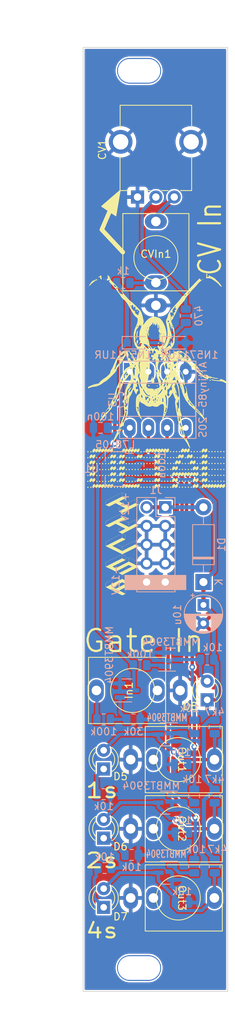
<source format=kicad_pcb>
(kicad_pcb (version 20210228) (generator pcbnew)
  (layers (0 "F.Cu" signal) (31 "B.Cu" signal) (34 "B.Paste" user) (35 "F.Paste" user) (36 "B.SilkS" user "B.Silkscreen") (37 "F.SilkS" user "F.Silkscreen") (38 "B.Mask" user) (39 "F.Mask" user) (44 "Edge.Cuts" user))
  (net 0 "")
  (net 1 "GND")
  (net 2 "+12V")
  (net 3 "Net-(D1-Pad2)")
  (net 4 "+5V")
  (net 5 "Net-(CV1-Pad3)")
  (net 6 "CV In")
  (net 7 "Net-(D5-Pad1)")
  (net 8 "Net-(D6-Pad2)")
  (net 9 "Net-(D7-Pad2)")
  (net 10 "Net-(Q1-Pad1)")
  (net 11 "Net-(Q2-Pad1)")
  (net 12 "Net-(D6-Pad1)")
  (net 13 "Net-(D7-Pad1)")
  (net 14 "Net-(D8-Pad2)")
  (net 15 "Net-(In1-Pad3)")
  (net 20 "Net-(Q3-Pad1)")
  (net 21 "Net-(D5-Pad2)")
  (net 22 "/Gate In/Input_Pullup")
  (net 23 "Net-(Q4-Pad1)")
  (net 24 "Net-(Q5-Pad1)")
  (net 25 "/Gate Out0/In")
  (net 26 "/Gate Out1/In")
  (net 27 "/Gate Out2/In")
  (net 29 "Net-(J1-Pad10)")
  (net 30 "Net-(CVIn1-Pad2)")
  (net 31 "Net-(D3-Pad2)")
  (footprint "LED_THT:LED_D3.0mm" (layer "F.Cu") (at 109.474 163.2 90)
    (fp_text reference "D7" (at -1.265 2.286 180) (layer "F.SilkS"))
    (fp_text value "LED")
    (pad "1" thru_hole rect (at 0 0 90) (size 1.8 1.8) (drill 0.9) (layers *.Cu *.Mask) (net 13 "Net-(D7-Pad1)"))
    (pad "2" thru_hole circle (at 2.54 0 90) (size 1.8 1.8) (drill 0.9) (layers *.Cu *.Mask) (net 9 "Net-(D7-Pad2)"))
  )
  (footprint "kicad_libraries:Thonkiconn" (layer "F.Cu") (at 119.634 152.527 -90)
    (fp_text reference "Out2" (at 0 -0.5 -90 unlocked) (layer "F.SilkS"))
    (fp_text value "Thonkiconn")
    (pad "1" thru_hole oval (at 0 6.48 270) (size 3 2) (drill 1.3) (layers *.Cu *.Mask) (net 1 "GND"))
    (pad "2" thru_hole oval (at 0 3.38 270) (size 3 2) (drill 1.3) (layers *.Cu *.Mask))
    (pad "3" thru_hole oval (at 0 -4.92 270) (size 3 2) (drill 1.3) (layers *.Cu *.Mask) (net 8 "Net-(D6-Pad2)"))
  )
  (footprint "kicad_libraries:Thonkiconn" (layer "F.Cu") (at 119.634 143.129 -90)
    (fp_text reference "Out1" (at 0 -0.5 -90 unlocked) (layer "F.SilkS"))
    (fp_text value "Thonkiconn")
    (pad "1" thru_hole oval (at 0 6.48 270) (size 3 2) (drill 1.3) (layers *.Cu *.Mask) (net 1 "GND"))
    (pad "2" thru_hole oval (at 0 3.38 270) (size 3 2) (drill 1.3) (layers *.Cu *.Mask))
    (pad "3" thru_hole oval (at 0 -4.92 270) (size 3 2) (drill 1.3) (layers *.Cu *.Mask) (net 21 "Net-(D5-Pad2)"))
  )
  (footprint "kicad_libraries:Thonkiconn" (layer "F.Cu") (at 119.634 161.925 -90)
    (fp_text reference "Out3" (at 0 -0.5 -90 unlocked) (layer "F.SilkS"))
    (fp_text value "Thonkiconn")
    (pad "1" thru_hole oval (at 0 6.48 270) (size 3 2) (drill 1.3) (layers *.Cu *.Mask) (net 1 "GND"))
    (pad "2" thru_hole oval (at 0 3.38 270) (size 3 2) (drill 1.3) (layers *.Cu *.Mask))
    (pad "3" thru_hole oval (at 0 -4.92 270) (size 3 2) (drill 1.3) (layers *.Cu *.Mask) (net 9 "Net-(D7-Pad2)"))
  )
  (footprint "Potentiometer_THT:Potentiometer_GND_Alpha_RD901F-40-00D_Single_Vertical_CircularHoles" (layer "F.Cu") (at 114.086 66.685 90)
    (fp_text reference "CV1" (at 6.45 -4.8 270) (layer "F.SilkS"))
    (fp_text value "100k")
    (pad "1" thru_hole rect (at 0 0 180) (size 1.8 1.8) (drill 1) (layers *.Cu *.Mask) (net 1 "GND"))
    (pad "2" thru_hole circle (at 0 2.5 180) (size 1.8 1.8) (drill 1) (layers *.Cu *.Mask) (net 6 "CV In"))
    (pad "3" thru_hole circle (at 0 5 180) (size 1.8 1.8) (drill 1) (layers *.Cu *.Mask) (net 5 "Net-(CV1-Pad3)"))
    (pad "4" thru_hole circle (at 7.5 7.3 180) (size 3.24 3.24) (drill 2.1) (layers *.Cu *.Mask) (net 1 "GND"))
    (pad "4" thru_hole circle (at 7.5 -2.3 180) (size 3.24 3.24) (drill 2.1) (layers *.Cu *.Mask) (net 1 "GND"))
  )
  (footprint "Panel Holes:3.2mm slot" (layer "F.Cu") (at 114.3 49.53)
    (fp_text reference "REF**" hide)
    (fp_text value "3.2mm slot")
    (pad "2" thru_hole oval (at 0 0) (size 6 3.5) (drill oval 5.74 3.2) (layers *.Cu *.Mask))
  )
  (footprint "Panel Holes:3.2mm slot" (layer "F.Cu") (at 114.3 171.45)
    (fp_text reference "REF**" hide)
    (fp_text value "3.2mm slot")
    (pad "2" thru_hole oval (at 0 0) (size 6 3.5) (drill oval 5.74 3.2) (layers *.Cu *.Mask))
  )
  (footprint "kicad_libraries:ASCII small" (layer "F.Cu") (at 112.014 113.792 90)
    (fp_text reference "G***")
    (fp_text value "LOGO" hide)
  )
  (footprint "kicad_libraries:OCTAL" (layer "F.Cu") (at 116.586 103.505)
    (fp_text reference "G***")
    (fp_text value "LOGO" hide)
  )
  (footprint "kicad_libraries:tarantula" (layer "F.Cu") (at 116.84 88.9)
    (fp_text reference "G***" (at 0 0) (layer "F.SilkS") (effects (font (size 1.524 1.524) (thickness 0.3))))
    (fp_text value "LOGO" hide)
  )
  (footprint "kicad_libraries:Thonkiconn" (layer "F.Cu") (at 116.586 74.93)
    (fp_text reference "CVIn1" (at 0 -0.5 unlocked) (layer "F.SilkS"))
    (fp_text value "Thonkiconn")
    (pad "1" thru_hole oval (at 0 6.48) (size 3 2) (drill 1.3) (layers *.Cu *.Mask) (net 1 "GND"))
    (pad "2" thru_hole oval (at 0 3.38) (size 3 2) (drill 1.3) (layers *.Cu *.Mask) (net 30 "Net-(CVIn1-Pad2)"))
    (pad "3" thru_hole oval (at 0 -4.92) (size 3 2) (drill 1.3) (layers *.Cu *.Mask) (net 5 "Net-(CV1-Pad3)"))
  )
  (footprint "kicad_libraries:Thonkiconn" (layer "F.Cu") (at 113.411 133.731 90)
    (fp_text reference "In1" (at 0 -0.5 90 unlocked) (layer "F.SilkS"))
    (fp_text value "Thonkiconn")
    (pad "1" thru_hole oval (at 0 6.48 90) (size 3 2) (drill 1.3) (layers *.Cu *.Mask) (net 1 "GND"))
    (pad "2" thru_hole oval (at 0 3.38 90) (size 3 2) (drill 1.3) (layers *.Cu *.Mask))
    (pad "3" thru_hole oval (at 0 -4.92 90) (size 3 2) (drill 1.3) (layers *.Cu *.Mask) (net 15 "Net-(In1-Pad3)"))
  )
  (footprint "LED_THT:LED_D3.0mm" (layer "F.Cu") (at 109.474 144.404 90)
    (fp_text reference "D5" (at -1.011 2.286 180) (layer "F.SilkS"))
    (fp_text value "LED")
    (pad "1" thru_hole rect (at 0 0 90) (size 1.8 1.8) (drill 0.9) (layers *.Cu *.Mask) (net 7 "Net-(D5-Pad1)"))
    (pad "2" thru_hole circle (at 2.54 0 90) (size 1.8 1.8) (drill 0.9) (layers *.Cu *.Mask) (net 21 "Net-(D5-Pad2)"))
  )
  (footprint "LED_THT:LED_D3.0mm" (layer "F.Cu") (at 109.474 153.802 90)
    (fp_text reference "D6" (at -1.138 2.286 180) (layer "F.SilkS"))
    (fp_text value "LED")
    (pad "1" thru_hole rect (at 0 0 90) (size 1.8 1.8) (drill 0.9) (layers *.Cu *.Mask) (net 12 "Net-(D6-Pad1)"))
    (pad "2" thru_hole circle (at 2.54 0 90) (size 1.8 1.8) (drill 0.9) (layers *.Cu *.Mask) (net 8 "Net-(D6-Pad2)"))
  )
  (footprint "LED_THT:LED_D3.0mm" (layer "F.Cu") (at 123.571 135.006 90)
    (fp_text reference "D8" (at -0.884 -2.286 180) (layer "F.SilkS"))
    (fp_text value "LED")
    (pad "1" thru_hole rect (at 0 0 90) (size 1.8 1.8) (drill 0.9) (layers *.Cu *.Mask) (net 1 "GND"))
    (pad "2" thru_hole circle (at 2.54 0 90) (size 1.8 1.8) (drill 0.9) (layers *.Cu *.Mask) (net 14 "Net-(D8-Pad2)"))
  )
  (footprint "Resistor_SMD:R_0805_2012MetricValue" (layer "B.Cu") (at 120.65 82.8275 90)
    (fp_text reference "R3")
    (fp_text value "470" (at 0 1.778 270) (layer "B.SilkS") (effects (justify mirror)))
    (pad "1" smd roundrect (at -0.9125 0 90) (size 1.025 1.4) (layers "B.Cu" "B.Paste" "B.Mask") (roundrect_rratio 0.2439024390243902) (net 31 "Net-(D3-Pad2)"))
    (pad "2" smd roundrect (at 0.9125 0 90) (size 1.025 1.4) (layers "B.Cu" "B.Paste" "B.Mask") (roundrect_rratio 0.2439024390243902) (net 6 "CV In"))
  )
  (footprint "Capacitor_THT:CP_Radial_D5.0mm_P2.50mm" (layer "B.Cu") (at 123.063 122.111888 -90)
    (fp_text reference "C1")
    (fp_text value "10u" (at 1.332112 3.556 90) (layer "B.SilkS") (effects (justify mirror)))
    (pad "1" thru_hole rect (at 0 0 270) (size 1.6 1.6) (drill 0.8) (layers *.Cu *.Mask) (net 2 "+12V"))
    (pad "2" thru_hole circle (at 2.5 0 270) (size 1.6 1.6) (drill 0.8) (layers *.Cu *.Mask) (net 1 "GND"))
  )
  (footprint "Resistor_SMD:R_0805_2012MetricValue" (layer "B.Cu") (at 120.142 153.035)
    (fp_text reference "R9")
    (fp_text value "10k" (at 0 -1.65 180) (layer "B.SilkS") (effects (justify mirror)))
    (pad "1" smd roundrect (at -0.9125 0) (size 1.025 1.4) (layers "B.Cu" "B.Paste" "B.Mask") (roundrect_rratio 0.2439024390243902) (net 1 "GND"))
    (pad "2" smd roundrect (at 0.9125 0) (size 1.025 1.4) (layers "B.Cu" "B.Paste" "B.Mask") (roundrect_rratio 0.2439024390243902) (net 8 "Net-(D6-Pad2)"))
  )
  (footprint "Package_TO_SOT_SMD:SOT-23Val" (layer "B.Cu") (at 112.649 133.731)
    (fp_text reference "Q4")
    (fp_text value "MMBT3904" (at -2.413 -4.826 90) (layer "B.SilkS") (effects (justify mirror)))
    (pad "1" smd roundrect (at -0.9375 0.95) (size 1.475 0.6) (layers "B.Cu" "B.Paste" "B.Mask") (net 23 "Net-(Q4-Pad1)"))
    (pad "2" smd roundrect (at -0.9375 -0.95) (size 1.475 0.6) (layers "B.Cu" "B.Paste" "B.Mask") (net 1 "GND"))
    (pad "3" smd roundrect (at 0.9375 0) (size 1.475 0.6) (layers "B.Cu" "B.Paste" "B.Mask") (net 22 "/Gate In/Input_Pullup"))
  )
  (footprint "Package_TO_SOT_SMD:SOT-23Val" (layer "B.Cu") (at 117.856 148.971 180)
    (fp_text reference "Q2")
    (fp_text value "MMBT3904" (at 1.905 2.286) (layer "B.SilkS") (effects (justify mirror)))
    (pad "1" smd roundrect (at -0.9375 0.95 180) (size 1.475 0.6) (layers "B.Cu" "B.Paste" "B.Mask") (net 11 "Net-(Q2-Pad1)"))
    (pad "2" smd roundrect (at -0.9375 -0.95 180) (size 1.475 0.6) (layers "B.Cu" "B.Paste" "B.Mask") (net 1 "GND"))
    (pad "3" smd roundrect (at 0.9375 0 180) (size 1.475 0.6) (layers "B.Cu" "B.Paste" "B.Mask") (net 8 "Net-(D6-Pad2)"))
  )
  (footprint "Connector_PinHeader_2.54mm:PinHeader_2x05_P2.54mm_Vertical" (layer "B.Cu") (at 117.861 108.844 180)
    (fp_text reference "J1" (at 1.27 2.33) (layer "B.SilkS") (effects (justify mirror)))
    (fp_text value "Power")
    (pad "1" thru_hole rect (at 0 0 180) (size 1.7 1.7) (drill 1) (layers *.Cu *.Mask) (net 3 "Net-(D1-Pad2)"))
    (pad "2" thru_hole oval (at 2.54 0 180) (size 1.7 1.7) (drill 1) (layers *.Cu *.Mask) (net 3 "Net-(D1-Pad2)"))
    (pad "3" thru_hole oval (at 0 -2.54 180) (size 1.7 1.7) (drill 1) (layers *.Cu *.Mask) (net 1 "GND"))
    (pad "4" thru_hole oval (at 2.54 -2.54 180) (size 1.7 1.7) (drill 1) (layers *.Cu *.Mask) (net 1 "GND"))
    (pad "5" thru_hole oval (at 0 -5.08 180) (size 1.7 1.7) (drill 1) (layers *.Cu *.Mask) (net 1 "GND"))
    (pad "6" thru_hole oval (at 2.54 -5.08 180) (size 1.7 1.7) (drill 1) (layers *.Cu *.Mask) (net 1 "GND"))
    (pad "7" thru_hole oval (at 0 -7.62 180) (size 1.7 1.7) (drill 1) (layers *.Cu *.Mask) (net 1 "GND"))
    (pad "8" thru_hole oval (at 2.54 -7.62 180) (size 1.7 1.7) (drill 1) (layers *.Cu *.Mask) (net 1 "GND"))
    (pad "9" thru_hole oval (at 0 -10.16 180) (size 1.7 1.7) (drill 1) (layers *.Cu *.Mask) (net 29 "Net-(J1-Pad10)"))
    (pad "10" thru_hole oval (at 2.54 -10.16 180) (size 1.7 1.7) (drill 1) (layers *.Cu *.Mask) (net 29 "Net-(J1-Pad10)"))
  )
  (footprint "Resistor_SMD:R_0805_2012MetricValue" (layer "B.Cu") (at 123.571 129.54)
    (fp_text reference "R18")
    (fp_text value "10k" (at 0.762 -1.65) (layer "B.SilkS") (effects (justify mirror)))
    (pad "1" smd roundrect (at -0.9125 0) (size 1.025 1.4) (layers "B.Cu" "B.Paste" "B.Mask") (roundrect_rratio 0.2439024390243902) (net 14 "Net-(D8-Pad2)"))
    (pad "2" smd roundrect (at 0.9125 0) (size 1.025 1.4) (layers "B.Cu" "B.Paste" "B.Mask") (roundrect_rratio 0.2439024390243902) (net 2 "+12V"))
  )
  (footprint "Resistor_SMD:R_0805_2012MetricValue" (layer "B.Cu") (at 113.538 137.668 180)
    (fp_text reference "R16")
    (fp_text value "30k" (at 0 -1.65) (layer "B.SilkS") (effects (justify mirror)))
    (pad "1" smd roundrect (at -0.9125 0 180) (size 1.025 1.4) (layers "B.Cu" "B.Paste" "B.Mask") (roundrect_rratio 0.2439024390243902) (net 1 "GND"))
    (pad "2" smd roundrect (at 0.9125 0 180) (size 1.025 1.4) (layers "B.Cu" "B.Paste" "B.Mask") (roundrect_rratio 0.2439024390243902) (net 23 "Net-(Q4-Pad1)"))
  )
  (footprint "Resistor_SMD:R_0805_2012MetricValue" (layer "B.Cu") (at 109.474 147.828 180)
    (fp_text reference "R5")
    (fp_text value "10k" (at 0 -1.65) (layer "B.SilkS") (effects (justify mirror)))
    (pad "1" smd roundrect (at -0.9125 0 180) (size 1.025 1.4) (layers "B.Cu" "B.Paste" "B.Mask") (roundrect_rratio 0.2439024390243902) (net 1 "GND"))
    (pad "2" smd roundrect (at 0.9125 0 180) (size 1.025 1.4) (layers "B.Cu" "B.Paste" "B.Mask") (roundrect_rratio 0.2439024390243902) (net 7 "Net-(D5-Pad1)"))
  )
  (footprint "Resistor_SMD:R_0805_2012MetricValue" (layer "B.Cu") (at 121.793 138.684 -90)
    (fp_text reference "R1")
    (fp_text value "10k" (at -2.54 0.635 180) (layer "B.SilkS") (effects (justify mirror)))
    (pad "1" smd roundrect (at -0.9125 0 270) (size 1.025 1.4) (layers "B.Cu" "B.Paste" "B.Mask") (roundrect_rratio 0.2439024390243902) (net 25 "/Gate Out0/In"))
    (pad "2" smd roundrect (at 0.9125 0 270) (size 1.025 1.4) (layers "B.Cu" "B.Paste" "B.Mask") (roundrect_rratio 0.2439024390243902) (net 10 "Net-(Q1-Pad1)"))
  )
  (footprint "Resistor_SMD:R_0805_2012MetricValue" (layer "B.Cu") (at 113.284 156.083 180)
    (fp_text reference "R10")
    (fp_text value "10k" (at 0 -1.65) (layer "B.SilkS") (effects (justify mirror)))
    (pad "1" smd roundrect (at -0.9125 0 180) (size 1.025 1.4) (layers "B.Cu" "B.Paste" "B.Mask") (roundrect_rratio 0.2439024390243902) (net 1 "GND"))
    (pad "2" smd roundrect (at 0.9125 0 180) (size 1.025 1.4) (layers "B.Cu" "B.Paste" "B.Mask") (roundrect_rratio 0.2439024390243902) (net 12 "Net-(D6-Pad1)"))
  )
  (footprint "Resistor_SMD:R_0805_2012MetricValue" (layer "B.Cu") (at 124.587 138.684 90)
    (fp_text reference "R2")
    (fp_text value "4k7" (at 2.032 0) (layer "B.SilkS") (effects (justify mirror)))
    (pad "1" smd roundrect (at -0.9125 0 90) (size 1.025 1.4) (layers "B.Cu" "B.Paste" "B.Mask") (roundrect_rratio 0.2439024390243902) (net 21 "Net-(D5-Pad2)"))
    (pad "2" smd roundrect (at 0.9125 0 90) (size 1.025 1.4) (layers "B.Cu" "B.Paste" "B.Mask") (roundrect_rratio 0.2439024390243902) (net 2 "+12V"))
  )
  (footprint "Resistor_SMD:R_0805_2012MetricValue" (layer "B.Cu") (at 124.587 157.607 90)
    (fp_text reference "R12")
    (fp_text value "4k7" (at 2.286 0.381) (layer "B.SilkS") (effects (justify mirror)))
    (pad "1" smd roundrect (at -0.9125 0 90) (size 1.025 1.4) (layers "B.Cu" "B.Paste" "B.Mask") (roundrect_rratio 0.2439024390243902) (net 9 "Net-(D7-Pad2)"))
    (pad "2" smd roundrect (at 0.9125 0 90) (size 1.025 1.4) (layers "B.Cu" "B.Paste" "B.Mask") (roundrect_rratio 0.2439024390243902) (net 2 "+12V"))
  )
  (footprint "Diode_THT:D_DO-41_SOD81_P10.16mm_Horizontal" (layer "B.Cu") (at 123.063 118.999 90)
    (fp_text reference "D1" (at 5.08 2.47 90) (layer "B.SilkS") (effects (justify mirror)))
    (fp_text value "1N5817")
    (fp_text user "K" (at 0 2.1 90) (layer "B.SilkS") (effects (justify mirror)))
    (pad "1" thru_hole rect (at 0 0 90) (size 2.2 2.2) (drill 1.1) (layers *.Cu *.Mask) (net 2 "+12V"))
    (pad "2" thru_hole oval (at 10.16 0 90) (size 2.2 2.2) (drill 1.1) (layers *.Cu *.Mask) (net 3 "Net-(D1-Pad2)"))
  )
  (footprint "Capacitor_SMD:C_0805_2012MetricVal" (layer "B.Cu") (at 109.032 98.044 180)
    (fp_text reference "C3")
    (fp_text value "100n" (at 0 1.524) (layer "B.SilkS") (effects (justify mirror)))
    (pad "1" smd roundrect (at -0.95 0 180) (size 1 1.45) (layers "B.Cu" "B.Paste" "B.Mask") (net 4 "+5V"))
    (pad "2" smd roundrect (at 0.95 0 180) (size 1 1.45) (layers "B.Cu" "B.Paste" "B.Mask") (net 1 "GND"))
  )
  (footprint "Diode_SMD:D_SOD-323_HandSoldering" (layer "B.Cu") (at 113.899 86.487)
    (fp_text reference "D3")
    (fp_text value "1N5711UR" (at -1.758 1.651 180) (layer "B.SilkS") (effects (justify mirror)))
    (pad "1" smd rect (at -1.25 0) (size 1 1) (layers "B.Cu" "B.Paste" "B.Mask") (net 4 "+5V"))
    (pad "2" smd rect (at 1.25 0) (size 1 1) (layers "B.Cu" "B.Paste" "B.Mask") (net 31 "Net-(D3-Pad2)"))
  )
  (footprint "Resistor_SMD:R_0805_2012MetricValue" (layer "B.Cu") (at 124.587 148.082 90)
    (fp_text reference "R7")
    (fp_text value "4k7" (at 2.286 0) (layer "B.SilkS") (effects (justify mirror)))
    (pad "1" smd roundrect (at -0.9125 0 90) (size 1.025 1.4) (layers "B.Cu" "B.Paste" "B.Mask") (roundrect_rratio 0.2439024390243902) (net 8 "Net-(D6-Pad2)"))
    (pad "2" smd roundrect (at 0.9125 0 90) (size 1.025 1.4) (layers "B.Cu" "B.Paste" "B.Mask") (roundrect_rratio 0.2439024390243902) (net 2 "+12V"))
  )
  (footprint "Resistor_SMD:R_0805_2012MetricValue" (layer "B.Cu") (at 120.015 143.764)
    (fp_text reference "R4")
    (fp_text value "10k" (at 0 -1.65 180) (layer "B.SilkS") (effects (justify mirror)))
    (pad "1" smd roundrect (at -0.9125 0) (size 1.025 1.4) (layers "B.Cu" "B.Paste" "B.Mask") (roundrect_rratio 0.2439024390243902) (net 1 "GND"))
    (pad "2" smd roundrect (at 0.9125 0) (size 1.025 1.4) (layers "B.Cu" "B.Paste" "B.Mask") (roundrect_rratio 0.2439024390243902) (net 21 "Net-(D5-Pad2)"))
  )
  (footprint "Resistor_SMD:R_0805_2012MetricValue" (layer "B.Cu") (at 121.793 148.082 -90)
    (fp_text reference "R6")
    (fp_text value "10k" (at -2.286 0.254 180) (layer "B.SilkS") (effects (justify mirror)))
    (pad "1" smd roundrect (at -0.9125 0 270) (size 1.025 1.4) (layers "B.Cu" "B.Paste" "B.Mask") (roundrect_rratio 0.2439024390243902) (net 26 "/Gate Out1/In"))
    (pad "2" smd roundrect (at 0.9125 0 270) (size 1.025 1.4) (layers "B.Cu" "B.Paste" "B.Mask") (roundrect_rratio 0.2439024390243902) (net 11 "Net-(Q2-Pad1)"))
  )
  (footprint "Diode_SMD:D_SOD-323_HandSoldering" (layer "B.Cu") (at 119.36 86.487)
    (fp_text reference "D4")
    (fp_text value "1N5711UR" (at 1.798 1.651 180) (layer "B.SilkS") (effects (justify mirror)))
    (pad "1" smd rect (at -1.25 0) (size 1 1) (layers "B.Cu" "B.Paste" "B.Mask") (net 31 "Net-(D3-Pad2)"))
    (pad "2" smd rect (at 1.25 0) (size 1 1) (layers "B.Cu" "B.Paste" "B.Mask") (net 1 "GND"))
  )
  (footprint "Resistor_SMD:R_0805_2012MetricValue" (layer "B.Cu") (at 120.142 162.56 180)
    (fp_text reference "R13")
    (fp_text value "10k" (at 0 1.524) (layer "B.SilkS") (effects (justify mirror)))
    (pad "1" smd roundrect (at -0.9125 0 180) (size 1.025 1.4) (layers "B.Cu" "B.Paste" "B.Mask") (roundrect_rratio 0.2439024390243902) (net 1 "GND"))
    (pad "2" smd roundrect (at 0.9125 0 180) (size 1.025 1.4) (layers "B.Cu" "B.Paste" "B.Mask") (roundrect_rratio 0.2439024390243902) (net 9 "Net-(D7-Pad2)"))
  )
  (footprint "Resistor_SMD:R_0805_2012MetricValue" (layer "B.Cu") (at 114.427 130.302 180)
    (fp_text reference "R17")
    (fp_text value "100k" (at 0 1.524) (layer "B.SilkS") (effects (justify mirror)))
    (pad "1" smd roundrect (at -0.9125 0 180) (size 1.025 1.4) (layers "B.Cu" "B.Paste" "B.Mask") (roundrect_rratio 0.2439024390243902) (net 24 "Net-(Q5-Pad1)"))
    (pad "2" smd roundrect (at 0.9125 0 180) (size 1.025 1.4) (layers "B.Cu" "B.Paste" "B.Mask") (roundrect_rratio 0.2439024390243902) (net 22 "/Gate In/Input_Pullup"))
  )
  (footprint "Package_TO_SOT_SMD:SOT-89-3" (layer "B.Cu") (at 111.3405 103.632 180)
    (fp_text reference "U1" (at 3.5175 0) (layer "B.SilkS") (effects (justify mirror)))
    (fp_text value "L78L05" (at 0.3 3.302) (layer "B.SilkS") (effects (justify mirror)))
    (pad "1" smd rect (at -1.65 1.5 180) (size 1.3 0.9) (layers "B.Cu" "B.Paste" "B.Mask") (net 4 "+5V"))
    (pad "2" smd custom (at -1.5625 0 180) (size 1.475 0.9) (layers "B.Cu" "B.Paste" "B.Mask") (net 1 "GND") (options (clearance outline) (anchor rect)) (primitives (gr_poly (pts (xy 0.7375 0.8665) (xy 3.8625 0.8665) (xy 3.8625 -0.8665) (xy 0.7375 -0.8665)) (width 0) (fill yes))))
    (pad "3" smd rect (at -1.65 -1.5 180) (size 1.3 0.9) (layers "B.Cu" "B.Paste" "B.Mask") (net 2 "+12V"))
  )
  (footprint "Package_TO_SOT_SMD:SOT-23Val" (layer "B.Cu") (at 117.856 158.496 180)
    (fp_text reference "Q3")
    (fp_text value "MMBT3904" (at -0.127 2.54) (layer "B.SilkS") (effects (font (size 1 0.7)) (justify mirror)))
    (pad "1" smd roundrect (at -0.9375 0.95 180) (size 1.475 0.6) (layers "B.Cu" "B.Paste" "B.Mask") (net 20 "Net-(Q3-Pad1)"))
    (pad "2" smd roundrect (at -0.9375 -0.95 180) (size 1.475 0.6) (layers "B.Cu" "B.Paste" "B.Mask") (net 1 "GND"))
    (pad "3" smd roundrect (at 0.9375 0 180) (size 1.475 0.6) (layers "B.Cu" "B.Paste" "B.Mask") (net 9 "Net-(D7-Pad2)"))
  )
  (footprint "Resistor_SMD:R_0805_2012MetricValue" (layer "B.Cu") (at 112.141 78.359)
    (fp_text reference "R8")
    (fp_text value "1k" (at 0 -1.65 180) (layer "B.SilkS") (effects (justify mirror)))
    (pad "1" smd roundrect (at -0.9125 0) (size 1.025 1.4) (layers "B.Cu" "B.Paste" "B.Mask") (roundrect_rratio 0.2439024390243902) (net 4 "+5V"))
    (pad "2" smd roundrect (at 0.9125 0) (size 1.025 1.4) (layers "B.Cu" "B.Paste" "B.Mask") (roundrect_rratio 0.2439024390243902) (net 30 "Net-(CVIn1-Pad2)"))
  )
  (footprint "Package_DIP:DIP-8_W7.62mm_Socket_LongPads" (layer "B.Cu") (at 113.03 90.424 -90)
    (fp_text reference "U3" (at 3.81 2.33 90) (layer "B.SilkS") (effects (justify mirror)))
    (fp_text value "ATtiny85-20S" (at 3.81 -9.95 90) (layer "B.SilkS") (effects (justify mirror)))
    (pad "1" thru_hole rect (at 0 0 270) (size 2.4 1.6) (drill 0.8) (layers *.Cu *.Mask))
    (pad "2" thru_hole oval (at 0 -2.54 270) (size 2.4 1.6) (drill 0.8) (layers *.Cu *.Mask) (net 22 "/Gate In/Input_Pullup"))
    (pad "3" thru_hole oval (at 0 -5.08 270) (size 2.4 1.6) (drill 0.8) (layers *.Cu *.Mask) (net 31 "Net-(D3-Pad2)"))
    (pad "4" thru_hole oval (at 0 -7.62 270) (size 2.4 1.6) (drill 0.8) (layers *.Cu *.Mask) (net 1 "GND"))
    (pad "5" thru_hole oval (at 7.62 -7.62 270) (size 2.4 1.6) (drill 0.8) (layers *.Cu *.Mask) (net 25 "/Gate Out0/In"))
    (pad "6" thru_hole oval (at 7.62 -5.08 270) (size 2.4 1.6) (drill 0.8) (layers *.Cu *.Mask) (net 26 "/Gate Out1/In"))
    (pad "7" thru_hole oval (at 7.62 -2.54 270) (size 2.4 1.6) (drill 0.8) (layers *.Cu *.Mask) (net 27 "/Gate Out2/In"))
    (pad "8" thru_hole oval (at 7.62 0 270) (size 2.4 1.6) (drill 0.8) (layers *.Cu *.Mask) (net 4 "+5V"))
  )
  (footprint "Resistor_SMD:R_0805_2012MetricValue" (layer "B.Cu") (at 121.793 157.607 -90)
    (fp_text reference "R11")
    (fp_text value "10k" (at -2.286 -0.254 180) (layer "B.SilkS") (effects (justify mirror)))
    (pad "1" smd roundrect (at -0.9125 0 270) (size 1.025 1.4) (layers "B.Cu" "B.Paste" "B.Mask") (roundrect_rratio 0.2439024390243902) (net 27 "/Gate Out2/In"))
    (pad "2" smd roundrect (at 0.9125 0 270) (size 1.025 1.4) (layers "B.Cu" "B.Paste" "B.Mask") (roundrect_rratio 0.2439024390243902) (net 20 "Net-(Q3-Pad1)"))
  )
  (footprint "Resistor_SMD:R_0805_2012MetricValue" (layer "B.Cu") (at 109.474 137.668 180)
    (fp_text reference "R15")
    (fp_text value "100k" (at 0 -1.65) (layer "B.SilkS") (effects (justify mirror)))
    (pad "1" smd roundrect (at -0.9125 0 180) (size 1.025 1.4) (layers "B.Cu" "B.Paste" "B.Mask") (roundrect_rratio 0.2439024390243902) (net 23 "Net-(Q4-Pad1)"))
    (pad "2" smd roundrect (at 0.9125 0 180) (size 1.025 1.4) (layers "B.Cu" "B.Paste" "B.Mask") (roundrect_rratio 0.2439024390243902) (net 15 "Net-(In1-Pad3)"))
  )
  (footprint "Package_TO_SOT_SMD:SOT-23Val" (layer "B.Cu") (at 118.618 129.54)
    (fp_text reference "Q5")
    (fp_text value "MMBT3904" (at 0 -2.4) (layer "B.SilkS") (effects (justify mirror)))
    (pad "1" smd roundrect (at -0.9375 0.95) (size 1.475 0.6) (layers "B.Cu" "B.Paste" "B.Mask") (net 24 "Net-(Q5-Pad1)"))
    (pad "2" smd roundrect (at -0.9375 -0.95) (size 1.475 0.6) (layers "B.Cu" "B.Paste" "B.Mask") (net 1 "GND"))
    (pad "3" smd roundrect (at 0.9375 0) (size 1.475 0.6) (layers "B.Cu" "B.Paste" "B.Mask") (net 14 "Net-(D8-Pad2)"))
  )
  (footprint "Capacitor_SMD:C_0805_2012MetricVal" (layer "B.Cu") (at 115.697 103.058 -90)
    (fp_text reference "C8")
    (fp_text value "100n" (at 0 -1.68 90) (layer "B.SilkS") (effects (justify mirror)))
    (pad "1" smd roundrect (at -0.95 0 270) (size 1 1.45) (layers "B.Cu" "B.Paste" "B.Mask") (net 4 "+5V"))
    (pad "2" smd roundrect (at 0.95 0 270) (size 1 1.45) (layers "B.Cu" "B.Paste" "B.Mask") (net 1 "GND"))
  )
  (footprint "Resistor_SMD:R_0805_2012MetricValue" (layer "B.Cu") (at 109.601 157.861 180)
    (fp_text reference "R14")
    (fp_text value "10k" (at 0 1.524) (layer "B.SilkS") (effects (justify mirror)))
    (pad "1" smd roundrect (at -0.9125 0 180) (size 1.025 1.4) (layers "B.Cu" "B.Paste" "B.Mask") (roundrect_rratio 0.2439024390243902) (net 1 "GND"))
    (pad "2" smd roundrect (at 0.9125 0 180) (size 1.025 1.4) (layers "B.Cu" "B.Paste" "B.Mask") (roundrect_rratio 0.2439024390243902) (net 13 "Net-(D7-Pad1)"))
  )
  (footprint "Package_TO_SOT_SMD:SOT-23Val" (layer "B.Cu") (at 117.856 139.7 180)
    (fp_text reference "Q1")
    (fp_text value "MMBT3904" (at -0.254 2.286) (layer "B.SilkS") (effects (font (size 1 0.7)) (justify mirror)))
    (pad "1" smd roundrect (at -0.9375 0.95 180) (size 1.475 0.6) (layers "B.Cu" "B.Paste" "B.Mask") (net 10 "Net-(Q1-Pad1)"))
    (pad "2" smd roundrect (at -0.9375 -0.95 180) (size 1.475 0.6) (layers "B.Cu" "B.Paste" "B.Mask") (net 1 "GND"))
    (pad "3" smd roundrect (at 0.9375 0 180) (size 1.475 0.6) (layers "B.Cu" "B.Paste" "B.Mask") (net 21 "Net-(D5-Pad2)"))
  )
  (gr_rect (start 120.65 120.015) (end 112.395 118.11) (layer "B.SilkS") (width 0.15) (fill solid))
  (gr_line (start 112.086 74.18) (end 109.22 71.12) (layer "F.SilkS") (width 0.6))
  (gr_poly (pts (xy 111.125 69.215) (xy 109.22 67.945) (xy 111.706 65.805)) (layer "F.SilkS") (width 0.15) (fill solid))
  (gr_line (start 109.22 71.12) (end 111.125 66.675) (layer "F.SilkS") (width 0.6))
  (gr_rect (start 106.68 46.355) (end 126.365 174.625) (layer "Edge.Cuts") (width 0.1) (fill none))
  (gr_text "-12V" (at 111.125 118.745 90) (layer "B.SilkS") (effects (font (size 1 1)) (justify mirror)))
  (gr_text "+12V" (at 112.395 108.814 90) (layer "B.SilkS") (effects (font (size 1 1)) (justify mirror)))
  (gr_text "4s" (at 109.22 166.37) (layer "F.SilkS") (effects (font (size 2 2.5) (thickness 0.3))))
  (gr_text "2s" (at 109.22 156.845) (layer "F.SilkS") (effects (font (size 2 2.5) (thickness 0.3))))
  (gr_text "Gate In" (at 114.935 127) (layer "F.SilkS") (effects (font (size 3 3) (thickness 0.3))))
  (gr_text "CV In" (at 123.952 72.39 90) (layer "F.SilkS") (effects (font (size 3 2.5) (thickness 0.3))))
  (gr_text "1s" (at 109.22 147.32) (layer "F.SilkS") (effects (font (size 2 2.5) (thickness 0.3))))
  (segment (start 123.063 118.999) (end 123.063 122.111888) (width 0.5588) (layer "F.Cu") (net 2))
  (segment (start 124.4835 123.532388) (end 124.4835 129.54) (width 0.5588) (layer "B.Cu") (net 2))
  (segment (start 123.12268 155.23018) (end 124.587 156.6945) (width 0.5588) (layer "B.Cu") (net 2))
  (segment (start 124.902311 137.456189) (end 124.587 137.7715) (width 0.5588) (layer "B.Cu") (net 2))
  (segment (start 121.622341 105.132) (end 124.594311 108.10397) (width 0.5588) (layer "B.Cu") (net 2))
  (segment (start 123.12268 145.70518) (end 124.587 147.1695) (width 0.5588) (layer "B.Cu") (net 2))
  (segment (start 124.594311 108.10397) (end 124.594311 117.467689) (width 0.5588) (layer "B.Cu") (net 2))
  (segment (start 112.9905 105.132) (end 121.622341 105.132) (width 0.5588) (layer "B.Cu") (net 2))
  (segment (start 124.4835 129.54) (end 124.902311 129.958811) (width 0.5588) (layer "B.Cu") (net 2))
  (segment (start 123.063 122.111888) (end 124.4835 123.532388) (width 0.5588) (layer "B.Cu") (net 2))
  (segment (start 123.12268 148.63382) (end 123.12268 155.23018) (width 0.5588) (layer "B.Cu") (net 2))
  (segment (start 123.12268 138.53582) (end 123.12268 145.70518) (width 0.5588) (layer "B.Cu") (net 2))
  (segment (start 124.587 147.1695) (end 123.12268 148.63382) (width 0.5588) (layer "B.Cu") (net 2))
  (segment (start 124.594311 117.467689) (end 123.063 118.999) (width 0.5588) (layer "B.Cu") (net 2))
  (segment (start 124.902311 129.958811) (end 124.902311 137.456189) (width 0.5588) (layer "B.Cu") (net 2))
  (segment (start 124.587 137.7715) (end 123.887 137.7715) (width 0.5588) (layer "B.Cu") (net 2))
  (segment (start 123.887 137.7715) (end 123.12268 138.53582) (width 0.5588) (layer "B.Cu") (net 2))
  (segment (start 115.321 108.844) (end 117.861 108.844) (width 0.5588) (layer "F.Cu") (net 3))
  (segment (start 123.058 108.844) (end 123.063 108.839) (width 0.5588) (layer "F.Cu") (net 3))
  (segment (start 123.058 108.844) (end 123.063 108.839) (width 0.5588) (layer "B.Cu") (net 3))
  (segment (start 117.861 108.844) (end 123.058 108.844) (width 0.5588) (layer "B.Cu") (net 3))
  (segment (start 109.982 98.044) (end 113.03 98.044) (width 0.5588) (layer "B.Cu") (net 4))
  (segment (start 111.798689 96.812689) (end 113.03 98.044) (width 0.5588) (layer "B.Cu") (net 4))
  (segment (start 111.798689 87.337311) (end 111.798689 96.812689) (width 0.5588) (layer "B.Cu") (net 4))
  (segment (start 115.673 102.132) (end 115.697 102.108) (width 0.5588) (layer "B.Cu") (net 4))
  (segment (start 112.649 86.487) (end 112.649 79.7795) (width 0.5588) (layer "B.Cu") (net 4))
  (segment (start 113.03 102.0925) (end 112.9905 102.132) (width 0.5588) (layer "B.Cu") (net 4))
  (segment (start 112.649 79.7795) (end 111.2285 78.359) (width 0.5588) (layer "B.Cu") (net 4))
  (segment (start 113.03 98.044) (end 113.03 102.0925) (width 0.5588) (layer "B.Cu") (net 4))
  (segment (start 112.9905 102.132) (end 115.673 102.132) (width 0.5588) (layer "B.Cu") (net 4))
  (segment (start 112.649 86.487) (end 111.798689 87.337311) (width 0.5588) (layer "B.Cu") (net 4))
  (segment (start 116.586 69.185) (end 119.086 66.685) (width 0.4572) (layer "B.Cu") (net 5))
  (segment (start 116.586 70.01) (end 116.586 69.185) (width 0.4572) (layer "B.Cu") (net 5))
  (segment (start 114.70548 68.56552) (end 114.70548 73.97713) (width 0.4572) (layer "B.Cu") (net 6))
  (segment (start 120.65 79.92165) (end 120.65 81.915) (width 0.4572) (layer "B.Cu") (net 6))
  (segment (start 116.586 66.685) (end 114.70548 68.56552) (width 0.4572) (layer "B.Cu") (net 6))
  (segment (start 114.70548 73.97713) (end 120.65 79.92165) (width 0.4572) (layer "B.Cu") (net 6))
  (segment (start 108.5615 147.828) (end 108.5615 145.3165) (width 0.4572) (layer "B.Cu") (net 7))
  (segment (start 108.5615 145.3165) (end 109.474 144.404) (width 0.4572) (layer "B.Cu") (net 7))
  (segment (start 120.5465 152.527) (end 124.554 152.527) (width 0.4572) (layer "F.Cu") (net 8))
  (segment (start 119.39175 151.37225) (end 120.5465 152.527) (width 0.4572) (layer "F.Cu") (net 8))
  (via (at 119.39175 151.37225) (size 0.8) (drill 0.4) (layers "F.Cu" "B.Cu") (net 8))
  (segment (start 109.474 151.262) (end 111.765 148.971) (width 0.4572) (layer "B.Cu") (net 8))
  (segment (start 118.507658 151.13) (end 119.1495 151.13) (width 0.4572) (layer "B.Cu") (net 8))
  (segment (start 116.9185 149.540842) (end 118.507658 151.13) (width 0.4572) (layer "B.Cu") (net 8))
  (segment (start 124.554 149.0275) (end 124.587 148.9945) (width 0.4572) (layer "B.Cu") (net 8))
  (segment (start 124.554 152.527) (end 124.554 149.0275) (width 0.4572) (layer "B.Cu") (net 8))
  (segment (start 116.9185 148.971) (end 116.9185 149.540842) (width 0.4572) (layer "B.Cu") (net 8))
  (segment (start 119.39175 151.37225) (end 121.0545 153.035) (width 0.4572) (layer "B.Cu") (net 8))
  (segment (start 111.765 148.971) (end 116.9185 148.971) (width 0.4572) (layer "B.Cu") (net 8))
  (segment (start 119.1495 151.13) (end 119.39175 151.37225) (width 0.4572) (layer "B.Cu") (net 8))
  (segment (start 122.83848 163.64052) (end 124.554 161.925) (width 0.4572) (layer "B.Cu") (net 9))
  (segment (start 119.2295 163.26) (end 119.61002 163.64052) (width 0.4572) (layer "B.Cu") (net 9))
  (segment (start 119.2295 161.86) (end 116.9185 159.549) (width 0.4572) (layer "B.Cu") (net 9))
  (segment (start 111.638 158.496) (end 116.9185 158.496) (width 0.4572) (layer "B.Cu") (net 9))
  (segment (start 119.2295 162.56) (end 119.2295 161.86) (width 0.4572) (layer "B.Cu") (net 9))
  (segment (start 124.554 158.5525) (end 124.587 158.5195) (width 0.4572) (layer "B.Cu") (net 9))
  (segment (start 116.9185 159.549) (end 116.9185 158.496) (width 0.4572) (layer "B.Cu") (net 9))
  (segment (start 119.2295 162.56) (end 119.2295 163.26) (width 0.4572) (layer "B.Cu") (net 9))
  (segment (start 124.554 161.925) (end 124.554 158.5525) (width 0.4572) (layer "B.Cu") (net 9))
  (segment (start 109.474 160.66) (end 111.638 158.496) (width 0.4572) (layer "B.Cu") (net 9))
  (segment (start 119.61002 163.64052) (end 122.83848 163.64052) (width 0.4572) (layer "B.Cu") (net 9))
  (segment (start 120.9465 138.75) (end 121.793 139.5965) (width 0.4572) (layer "B.Cu") (net 10))
  (segment (start 118.7935 138.75) (end 120.9465 138.75) (width 0.4572) (layer "B.Cu") (net 10))
  (segment (start 118.7935 148.021) (end 120.8195 148.021) (width 0.4572) (layer "B.Cu") (net 11))
  (segment (start 120.8195 148.021) (end 121.793 148.9945) (width 0.4572) (layer "B.Cu") (net 11))
  (segment (start 109.474 153.802) (end 110.0905 153.802) (width 0.4572) (layer "B.Cu") (net 12))
  (segment (start 110.0905 153.802) (end 112.3715 156.083) (width 0.4572) (layer "B.Cu") (net 12))
  (segment (start 109.474 163.2) (end 108.193489 161.919489) (width 0.4572) (layer "B.Cu") (net 13))
  (segment (start 108.193489 161.919489) (end 108.193489 159.268511) (width 0.4572) (layer "B.Cu") (net 13))
  (segment (start 108.458 159.004) (end 108.458 158.0915) (width 0.4572) (layer "B.Cu") (net 13))
  (segment (start 108.458 158.0915) (end 108.6885 157.861) (width 0.4572) (layer "B.Cu") (net 13))
  (segment (start 108.193489 159.268511) (end 108.458 159.004) (width 0.4572) (layer "B.Cu") (net 13))
  (segment (start 122.6585 129.54) (end 122.6585 131.5535) (width 0.4572) (layer "B.Cu") (net 14))
  (segment (start 122.6585 131.5535) (end 123.571 132.466) (width 0.4572) (layer "B.Cu") (net 14))
  (segment (start 119.5555 129.54) (end 122.6585 129.54) (width 0.4572) (layer "B.Cu") (net 14))
  (segment (start 108.5615 137.668) (end 108.5615 133.8015) (width 0.4572) (layer "B.Cu") (net 15))
  (segment (start 108.5615 133.8015) (end 108.491 133.731) (width 0.4572) (layer "B.Cu") (net 15))
  (segment (start 119.767 158.5195) (end 118.7935 157.546) (width 0.4572) (layer "B.Cu") (net 20))
  (segment (start 121.793 158.5195) (end 119.767 158.5195) (width 0.4572) (layer "B.Cu") (net 20))
  (segment (start 119.03088 142.08112) (end 120.07876 143.129) (width 0.4572) (layer "F.Cu") (net 21))
  (segment (start 120.07876 143.129) (end 124.554 143.129) (width 0.4572) (layer "F.Cu") (net 21))
  (via (at 119.03088 142.08112) (size 0.8) (drill 0.4) (layers "F.Cu" "B.Cu") (net 21))
  (segment (start 109.474 141.864) (end 111.638 139.7) (width 0.4572) (layer "B.Cu") (net 21))
  (segment (start 120.71376 143.764) (end 119.03088 142.08112) (width 0.4572) (layer "B.Cu") (net 21))
  (segment (start 120.9275 143.764) (end 120.71376 143.764) (width 0.4572) (layer "B.Cu") (net 21))
  (segment (start 119.03088 142.08112) (end 118.28028 141.33052) (width 0.4572) (layer "B.Cu") (net 21))
  (segment (start 116.9185 140.269842) (end 116.9185 139.7) (width 0.4572) (layer "B.Cu") (net 21))
  (segment (start 124.587 143.096) (end 124.554 143.129) (width 0.4572) (layer "B.Cu") (net 21))
  (segment (start 117.979178 141.33052) (end 116.9185 140.269842) (width 0.4572) (layer "B.Cu") (net 21))
  (segment (start 124.587 139.5965) (end 124.587 143.096) (width 0.4572) (layer "B.Cu") (net 21))
  (segment (start 118.28028 141.33052) (end 117.979178 141.33052) (width 0.4572) (layer "B.Cu") (net 21))
  (segment (start 111.638 139.7) (end 116.9185 139.7) (width 0.4572) (layer "B.Cu") (net 21))
  (segment (start 110.998 95.14092) (end 115.57 90.56892) (width 0.4572) (layer "F.Cu") (net 22))
  (segment (start 110.998 100.203) (end 110.998 95.14092) (width 0.4572) (layer "F.Cu") (net 22))
  (segment (start 115.57 90.56892) (end 115.57 90.424) (width 0.4572) (layer "F.Cu") (net 22))
  (via (at 110.998 100.203) (size 0.8) (drill 0.4) (layers "F.Cu" "B.Cu") (net 22))
  (segment (start 113.5145 130.302) (end 108.65998 125.44748) (width 0.4572) (layer "B.Cu") (net 22))
  (segment (start 113.5865 130.374) (end 113.5145 130.302) (width 0.4572) (layer "B.Cu") (net 22))
  (segment (start 113.5865 133.731) (end 113.5865 130.374) (width 0.4572) (layer "B.Cu") (net 22))
  (segment (start 108.65998 102.54102) (end 110.998 100.203) (width 0.4572) (layer "B.Cu") (net 22))
  (segment (start 108.65998 125.44748) (end 108.65998 102.54102) (width 0.4572) (layer "B.Cu") (net 22))
  (segment (start 110.3865 137.668) (end 112.6255 137.668) (width 0.4572) (layer "B.Cu") (net 23))
  (segment (start 111.7115 134.681) (end 111.7115 136.754) (width 0.4572) (layer "B.Cu") (net 23))
  (segment (start 111.7115 136.754) (end 112.6255 137.668) (width 0.4572) (layer "B.Cu") (net 23))
  (segment (start 115.3395 130.302) (end 117.4925 130.302) (width 0.4572) (layer "B.Cu") (net 24))
  (segment (start 117.4925 130.302) (end 117.6805 130.49) (width 0.4572) (layer "B.Cu") (net 24))
  (segment (start 120.65 103.378) (end 120.65 98.044) (width 0.4572) (layer "F.Cu") (net 25))
  (segment (start 121.539 104.267) (end 120.65 103.378) (width 0.4572) (layer "F.Cu") (net 25))
  (segment (start 121.539 130.556) (end 121.539 104.267) (width 0.4572) (layer "F.Cu") (net 25))
  (via (at 121.539 130.556) (size 0.8) (drill 0.4) (layers "F.Cu" "B.Cu") (net 25))
  (segment (start 121.539 130.556) (end 121.539 132.92665) (width 0.4572) (layer "B.Cu") (net 25))
  (segment (start 121.793 137.7715) (end 121.793 133.18065) (width 0.4572) (layer "B.Cu") (net 25))
  (segment (start 121.539 132.92665) (end 121.793 133.18065) (width 0.4572) (layer "B.Cu") (net 25))
  (segment (start 120.758489 105.391489) (end 118.11 102.743) (width 0.4572) (layer "F.Cu") (net 26))
  (segment (start 118.11 102.743) (end 118.11 98.044) (width 0.4572) (layer "F.Cu") (net 26))
  (segment (start 121.82052 131.992677) (end 120.758489 130.930646) (width 0.4572) (layer "F.Cu") (net 26))
  (segment (start 120.758489 130.930646) (end 120.758489 105.391489) (width 0.4572) (layer "F.Cu") (net 26))
  (segment (start 121.82052 141.37852) (end 121.82052 131.992677) (width 0.4572) (layer "F.Cu") (net 26))
  (via (at 121.82052 141.37852) (size 0.8) (drill 0.4) (layers "F.Cu" "B.Cu") (net 26))
  (segment (start 121.82052 147.14198) (end 121.82052 141.37852) (width 0.4572) (layer "B.Cu") (net 26))
  (segment (start 121.793 147.1695) (end 121.82052 147.14198) (width 0.4572) (layer "B.Cu") (net 26))
  (segment (start 115.57 101.064426) (end 115.57 98.044) (width 0.4572) (layer "F.Cu") (net 27))
  (segment (start 120.149369 105.643795) (end 115.57 101.064426) (width 0.4572) (layer "F.Cu") (net 27))
  (segment (start 118.250369 147.333369) (end 118.250369 120.435788) (width 0.4572) (layer "F.Cu") (net 27))
  (segment (start 118.250369 120.435788) (end 120.149369 118.536788) (width 0.4572) (layer "F.Cu") (net 27))
  (segment (start 121.94752 151.03052) (end 118.250369 147.333369) (width 0.4572) (layer "F.Cu") (net 27))
  (segment (start 120.149369 118.536788) (end 120.149369 105.643795) (width 0.4572) (layer "F.Cu") (net 27))
  (via (at 121.94752 151.03052) (size 0.8) (drill 0.4) (layers "F.Cu" "B.Cu") (net 27))
  (segment (start 121.793 156.6945) (end 121.94752 156.53998) (width 0.4572) (layer "B.Cu") (net 27))
  (segment (start 121.94752 156.53998) (end 121.94752 151.03052) (width 0.4572) (layer "B.Cu") (net 27))
  (segment (start 115.321 119.004) (end 117.861 119.004) (width 0.4572) (layer "F.Cu") (net 29))
  (segment (start 113.0535 78.359) (end 116.537 78.359) (width 0.4572) (layer "B.Cu") (net 30))
  (segment (start 116.537 78.359) (end 116.586 78.31) (width 0.4572) (layer "B.Cu") (net 30))
  (segment (start 115.149 86.487) (end 118.11 86.487) (width 0.4572) (layer "B.Cu") (net 31))
  (segment (start 118.11 86.28) (end 120.65 83.74) (width 0.4572) (layer "B.Cu") (net 31))
  (segment (start 118.11 86.487) (end 118.11 90.424) (width 0.4572) (layer "B.Cu") (net 31))
  (segment (start 118.11 86.487) (end 118.11 86.28) (width 0.4572) (layer "B.Cu") (net 31))
  (zone (net 1) (net_name "GND") (layer "F.Cu") (connect_pads (clearance 0.2032)) (min_thickness 0.254) (fill yes (thermal_gap 0.508) (thermal_bridge_width 0.508))
    (polygon (pts (xy 126.365 174.625) (xy 106.68 174.625) (xy 106.68 46.355) (xy 126.365 46.355)))
  )
  (zone (net 1) (net_name "GND") (layer "B.Cu") (connect_pads (clearance 0.2032)) (min_thickness 0.254) (fill yes (thermal_gap 0.508) (thermal_bridge_width 0.508))
    (polygon (pts (xy 126.365 174.625) (xy 106.68 174.625) (xy 106.68 46.355) (xy 126.365 46.355)))
  )
)
</source>
